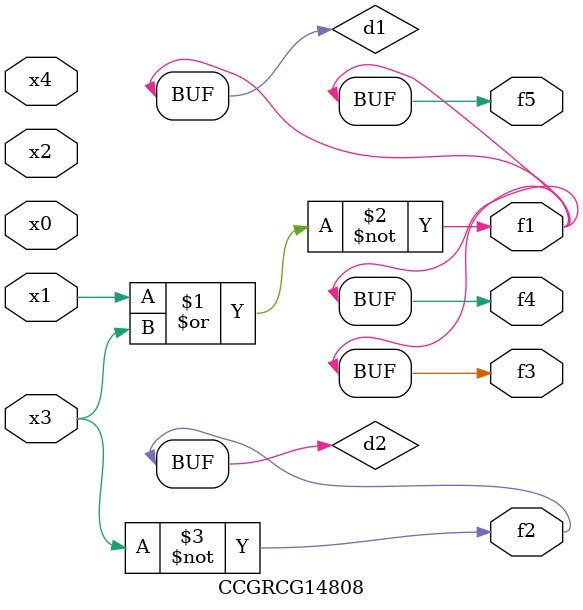
<source format=v>
module CCGRCG14808(
	input x0, x1, x2, x3, x4,
	output f1, f2, f3, f4, f5
);

	wire d1, d2;

	nor (d1, x1, x3);
	not (d2, x3);
	assign f1 = d1;
	assign f2 = d2;
	assign f3 = d1;
	assign f4 = d1;
	assign f5 = d1;
endmodule

</source>
